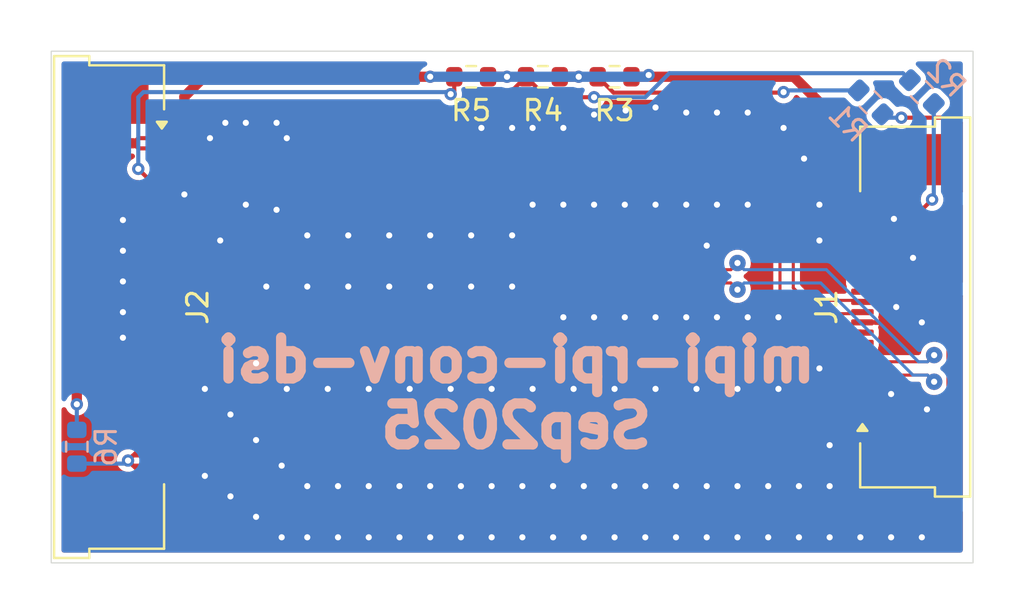
<source format=kicad_pcb>
(kicad_pcb (version 20241229) (generator "pcbnew") (generator_version "9.0")
  (title_block (company "Tom Keddie"))
  (layers (0 "F.Cu" signal) (2 "B.Cu" signal) (13 "F.Paste" user) (15 "B.Paste" user) (5 "F.SilkS" user "F.Silkscreen") (7 "B.SilkS" user "B.Silkscreen") (1 "F.Mask" user) (3 "B.Mask" user) (25 "Edge.Cuts" user))
  (net 0 "")
  (net 1 "GND")
  (net 2 "+3.3V")
  (net 3 "/DPHY_D0_N")
  (net 4 "/DPHY_D3_N")
  (net 5 "/DPHY_D0_P")
  (net 6 "/DPHY_LED_EN")
  (net 8 "/DPHY_D2_P")
  (net 9 "/DPHY_CLK_N")
  (net 11 "/DPHY_PWR_EN")
  (net 12 "/DPHY_D3_P")
  (net 13 "/DPHY_D1_P")
  (net 14 "/DPHY_D2_N")
  (net 15 "/DPHY_CLK_P")
  (net 16 "/DPHY_D1_N")
  (net 18 "+3.3VA")
  (net 21 "/PANEL_LED_PWM")
  (net 23 "/PANEL_LED_EN")
  (net 24 "Net-(R1-Pad2)")
  (footprint "lib:R_0603_1608Metric" (layer "F.Cu") (at 93 88.75)
    (property "Reference" "R5")
    (property "Value" "0R")
  )
  (footprint "lib:R_0603_1608Metric" (layer "F.Cu") (at 96.5 88.75)
    (property "Reference" "R4")
    (property "Value" "0R")
  )
  (footprint "lib:AliExpress_1x34_P0.5mm_Horizontal_Drawer" (layer "F.Cu") (at 75 100 -90)
    (property "Reference" "J2")
    (property "Value" "DSI_OUT")
  )
  (footprint "lib:AliExpress_1x22_P0.5mm_Horizontal_Drawer" (layer "F.Cu") (at 115 100 90)
    (property "Reference" "J1")
    (property "Value" "DSI_IN")
  )
  (footprint "lib:R_0603_1608Metric" (layer "F.Cu") (at 100 88.75)
    (property "Reference" "R3")
    (property "Value" "0R")
  )
  (footprint "lib:R_0603_1608Metric" (layer "B.Cu") (at 115 89.5 135)
    (property "Reference" "R2")
    (property "Value" "0R")
  )
  (footprint "lib:R_0603_1608Metric" (layer "B.Cu") (at 112.5 90 135)
    (property "Reference" "R1")
    (property "Value" "0R")
  )
  (footprint "lib:R_0603_1608Metric" (layer "B.Cu") (at 73.75 106.825 90)
    (property "Reference" "R6")
    (property "Value" "0R")
  )
  (gr_rect (start 72.5 87.5) (end 117.5 112.5) (stroke (width 0.05)) (fill no) (layer "Edge.Cuts"))
  (gr_text "mipi-rpi-conv-dsi\nSep2025" (at 95.2 104.2 0) (layer "B.SilkS") (effects (font (size 2 2) (thickness 0.5) (bold yes)) (justify mirror)))
  (segment (start 113.08076 96.25) (end 113.637277 95.693483) (width 0.2) (layer "F.Cu") (net 1))
  (segment (start 76.25 101.75) (end 76 101.5) (width 0.2) (layer "F.Cu") (net 1))
  (segment (start 77.9 100.25) (end 76 100.25) (width 0.2) (layer "F.Cu") (net 1))
  (segment (start 77.9 101.75) (end 76.25 101.75) (width 0.2) (layer "F.Cu") (net 1))
  (segment (start 113 100.75) (end 113.75 100) (width 0.2) (layer "F.Cu") (net 1))
  (segment (start 77.9 97.25) (end 76 97.25) (width 0.2) (layer "F.Cu") (net 1))
  (segment (start 113 103.75) (end 113.5 104.25) (width 0.2) (layer "F.Cu") (net 1))
  (segment (start 112.1 97.75) (end 114.419239 97.75) (width 0.2) (layer "F.Cu") (net 1))
  (segment (start 112.1 100.75) (end 113 100.75) (width 0.2) (layer "F.Cu") (net 1))
  (segment (start 112.1 96.25) (end 113.08076 96.25) (width 0.2) (layer "F.Cu") (net 1))
  (segment (start 112.1 99.25) (end 113 99.25) (width 0.2) (layer "F.Cu") (net 1))
  (segment (start 112.1 102.25) (end 110.75 102.25) (width 0.2) (layer "F.Cu") (net 1))
  (segment (start 112.1 103.75) (end 113 103.75) (width 0.2) (layer "F.Cu") (net 1))
  (segment (start 77.9 95.75) (end 76 95.75) (width 0.2) (layer "F.Cu") (net 1))
  (segment (start 114.419239 97.75) (end 114.570442 97.598797) (width 0.2) (layer "F.Cu") (net 1))
  (segment (start 113 99.25) (end 113.75 100) (width 0.2) (layer "F.Cu") (net 1))
  (segment (start 110.75 102.25) (end 110 103) (width 0.2) (layer "F.Cu") (net 1))
  (segment (start 77.9 98.75) (end 76 98.75) (width 0.2) (layer "F.Cu") (net 1))
  (via (at 99 100.5) (size 0.6) (drill 0.3) (layers "F.Cu" "B.Cu") (net 1))
  (via (at 106 104) (size 0.6) (drill 0.3) (layers "F.Cu" "B.Cu") (net 1))
  (via (at 80 108.25) (size 0.6) (drill 0.3) (layers "F.Cu" "B.Cu") (net 1))
  (via (at 114.570442 97.598797) (size 0.6) (drill 0.3) (layers "F.Cu" "B.Cu") (net 1))
  (via (at 76 95.75) (size 0.6) (drill 0.3) (layers "F.Cu" "B.Cu") (net 1))
  (via (at 102 100.5) (size 0.6) (drill 0.3) (layers "F.Cu" "B.Cu") (net 1))
  (via (at 110.5 106.75) (size 0.6) (drill 0.3) (layers "F.Cu" "B.Cu") (net 1))
  (via (at 82.5 102.75) (size 0.6) (drill 0.3) (layers "F.Cu" "B.Cu") (net 1))
  (via (at 98 104) (size 0.6) (drill 0.3) (layers "F.Cu" "B.Cu") (net 1))
  (via (at 88 111.25) (size 0.6) (drill 0.3) (layers "F.Cu" "B.Cu") (net 1))
  (via (at 76 97.25) (size 0.6) (drill 0.3) (layers "F.Cu" "B.Cu") (net 1))
  (via (at 89.5 108.75) (size 0.6) (drill 0.3) (layers "F.Cu" "B.Cu") (net 1))
  (via (at 106 111.25) (size 0.6) (drill 0.3) (layers "F.Cu" "B.Cu") (net 1))
  (via (at 100 108.75) (size 0.6) (drill 0.3) (layers "F.Cu" "B.Cu") (net 1))
  (via (at 103 111.25) (size 0.6) (drill 0.3) (layers "F.Cu" "B.Cu") (net 1))
  (via (at 92 104) (size 0.6) (drill 0.3) (layers "F.Cu" "B.Cu") (net 1))
  (via (at 85 108.75) (size 0.6) (drill 0.3) (layers "F.Cu" "B.Cu") (net 1))
  (via (at 80.75 96.75) (size 0.6) (drill 0.3) (layers "F.Cu" "B.Cu") (net 1))
  (via (at 96 91.25) (size 0.6) (drill 0.3) (layers "F.Cu" "B.Cu") (net 1))
  (via (at 106.5 95) (size 0.6) (drill 0.3) (layers "F.Cu" "B.Cu") (net 1))
  (via (at 106 108.75) (size 0.6) (drill 0.3) (layers "F.Cu" "B.Cu") (net 1))
  (via (at 91 99) (size 0.6) (drill 0.3) (layers "F.Cu" "B.Cu") (net 1))
  (via (at 106.5 100.5) (size 0.6) (drill 0.3) (layers "F.Cu" "B.Cu") (net 1))
  (via (at 108.25 91.25) (size 0.6) (drill 0.3) (layers "F.Cu" "B.Cu") (net 1))
  (via (at 98.5 111.25) (size 0.6) (drill 0.3) (layers "F.Cu" "B.Cu") (net 1))
  (via (at 110.5 108.75) (size 0.6) (drill 0.3) (layers "F.Cu" "B.Cu") (net 1))
  (via (at 95.5 108.75) (size 0.6) (drill 0.3) (layers "F.Cu" "B.Cu") (net 1))
  (via (at 76 98.75) (size 0.6) (drill 0.3) (layers "F.Cu" "B.Cu") (net 1))
  (via (at 100 111.25) (size 0.6) (drill 0.3) (layers "F.Cu" "B.Cu") (net 1))
  (via (at 80 104) (size 0.6) (drill 0.3) (layers "F.Cu" "B.Cu") (net 1))
  (via (at 102 104) (size 0.6) (drill 0.3) (layers "F.Cu" "B.Cu") (net 1))
  (via (at 105 100.5) (size 0.6) (drill 0.3) (layers "F.Cu" "B.Cu") (net 1))
  (via (at 90 104) (size 0.6) (drill 0.3) (layers "F.Cu" "B.Cu") (net 1))
  (via (at 97.5 95) (size 0.6) (drill 0.3) (layers "F.Cu" "B.Cu") (net 1))
  (via (at 108 100.5) (size 0.6) (drill 0.3) (layers "F.Cu" "B.Cu") (net 1))
  (via (at 99 90.600003) (size 0.6) (drill 0.3) (layers "F.Cu" "B.Cu") (net 1))
  (via (at 83.5 95.25) (size 0.6) (drill 0.3) (layers "F.Cu" "B.Cu") (net 1))
  (via (at 110.5 111.25) (size 0.6) (drill 0.3) (layers "F.Cu" "B.Cu") (net 1))
  (via (at 89 99) (size 0.6) (drill 0.3) (layers "F.Cu" "B.Cu") (net 1))
  (via (at 109.25 92.75) (size 0.6) (drill 0.3) (layers "F.Cu" "B.Cu") (net 1))
  (via (at 96 95) (size 0.6) (drill 0.3) (layers "F.Cu" "B.Cu") (net 1))
  (via (at 107.5 111.25) (size 0.6) (drill 0.3) (layers "F.Cu" "B.Cu") (net 1))
  (via (at 83 99) (size 0.6) (drill 0.3) (layers "F.Cu" "B.Cu") (net 1))
  (via (at 94 108.75) (size 0.6) (drill 0.3) (layers "F.Cu" "B.Cu") (net 1))
  (via (at 81.25 109.25) (size 0.6) (drill 0.3) (layers "F.Cu" "B.Cu") (net 1))
  (via (at 76 101.5) (size 0.6) (drill 0.3) (layers "F.Cu" "B.Cu") (net 1))
  (via (at 98.5 108.75) (size 0.6) (drill 0.3) (layers "F.Cu" "B.Cu") (net 1))
  (via (at 105 90.5) (size 0.6) (drill 0.3) (layers "F.Cu" "B.Cu") (net 1))
  (via (at 113.5 111.25) (size 0.6) (drill 0.3) (layers "F.Cu" "B.Cu") (net 1))
  (via (at 95 99) (size 0.6) (drill 0.3) (layers "F.Cu" "B.Cu") (net 1))
  (via (at 104 104) (size 0.6) (drill 0.3) (layers "F.Cu" "B.Cu") (net 1))
  (via (at 110 95) (size 0.6) (drill 0.3) (layers "F.Cu" "B.Cu") (net 1))
  (via (at 95 96.5) (size 0.6) (drill 0.3) (layers "F.Cu" "B.Cu") (net 1))
  (via (at 91 96.5) (size 0.6) (drill 0.3) (layers "F.Cu" "B.Cu") (net 1))
  (via (at 103.5 95) (size 0.6) (drill 0.3) (layers "F.Cu" "B.Cu") (net 1))
  (via (at 95.5 111.25) (size 0.6) (drill 0.3) (layers "F.Cu" "B.Cu") (net 1))
  (via (at 86 104) (size 0.6) (drill 0.3) (layers "F.Cu" "B.Cu") (net 1))
  (via (at 103 108.75) (size 0.6) (drill 0.3) (layers "F.Cu" "B.Cu") (net 1))
  (via (at 81 91) (size 0.6) (drill 0.3) (layers "F.Cu" "B.Cu") (net 1))
  (via (at 84 104) (size 0.6) (drill 0.3) (layers "F.Cu" "B.Cu") (net 1))
  (via (at 95 91.25) (size 0.6) (drill 0.3) (layers "F.Cu" "B.Cu") (net 1))
  (via (at 104.5 108.75) (size 0.6) (drill 0.3) (layers "F.Cu" "B.Cu") (net 1))
  (via (at 83.5 91) (size 0.6) (drill 0.3) (layers "F.Cu" "B.Cu") (net 1))
  (via (at 82.5 106.5) (size 0.6) (drill 0.3) (layers "F.Cu" "B.Cu") (net 1))
  (via (at 86.5 108.75) (size 0.6) (drill 0.3) (layers "F.Cu" "B.Cu") (net 1))
  (via (at 102 95) (size 0.6) (drill 0.3) (layers "F.Cu" "B.Cu") (net 1))
  (via (at 101.5 111.25) (size 0.6) (drill 0.3) (layers "F.Cu" "B.Cu") (net 1))
  (via (at 93 96.5) (size 0.6) (drill 0.3) (layers "F.Cu" "B.Cu") (net 1))
  (via (at 79 94.5) (size 0.6) (drill 0.3) (layers "F.Cu" "B.Cu") (net 1))
  (via (at 86.5 111.25) (size 0.6) (drill 0.3) (layers "F.Cu" "B.Cu") (net 1))
  (via (at 83.75 111.25) (size 0.6) (drill 0.3) (layers "F.Cu" "B.Cu") (net 1))
  (via (at 105 95) (size 0.6) (drill 0.3) (layers "F.Cu" "B.Cu") (net 1))
  (via (at 87 96.5) (size 0.6) (drill 0.3) (layers "F.Cu" "B.Cu") (net 1))
  (via (at 92.5 111.25) (size 0.6) (drill 0.3) (layers "F.Cu" "B.Cu") (net 1))
  (via (at 92.5 108.75) (size 0.6) (drill 0.3) (layers "F.Cu" "B.Cu") (net 1))
  (via (at 93.5 91.25) (size 0.6) (drill 0.3) (layers "F.Cu" "B.Cu") (net 1))
  (via (at 112 111.25) (size 0.6) (drill 0.3) (layers "F.Cu" "B.Cu") (net 1))
  (via (at 82.5 110.25) (size 0.6) (drill 0.3) (layers "F.Cu" "B.Cu") (net 1))
  (via (at 100 104) (size 0.6) (drill 0.3) (layers "F.Cu" "B.Cu") (net 1))
  (via (at 110 103) (size 0.6) (drill 0.3) (layers "F.Cu" "B.Cu") (net 1))
  (via (at 85 111.25) (size 0.6) (drill 0.3) (layers "F.Cu" "B.Cu") (net 1))
  (via (at 94 104) (size 0.6) (drill 0.3) (layers "F.Cu" "B.Cu") (net 1))
  (via (at 97.5 91.25) (size 0.6) (drill 0.3) (layers "F.Cu" "B.Cu") (net 1))
  (via (at 89.5 111.25) (size 0.6) (drill 0.3) (layers "F.Cu" "B.Cu") (net 1))
  (via (at 100.540689 90.4) (size 0.6) (drill 0.3) (layers "F.Cu" "B.Cu") (net 1))
  (via (at 115 100.75) (size 0.6) (drill 0.3) (layers "F.Cu" "B.Cu") (net 1))
  (via (at 106.5 90.5) (size 0.6) (drill 0.3) (layers "F.Cu" "B.Cu") (net 1))
  (via (at 94 111.25) (size 0.6) (drill 0.3) (layers "F.Cu" "B.Cu") (net 1))
  (via (at 91 111.25) (size 0.6) (drill 0.3) (layers "F.Cu" "B.Cu") (net 1))
  (via (at 103.5 90.5) (size 0.6) (drill 0.3) (layers "F.Cu" "B.Cu") (net 1))
  (via (at 89 96.5) (size 0.6) (drill 0.3) (layers "F.Cu" "B.Cu") (net 1))
  (via (at 97 111.25) (size 0.6) (drill 0.3) (layers "F.Cu" "B.Cu") (net 1))
  (via (at 99 95) (size 0.6) (drill 0.3) (layers "F.Cu" "B.Cu") (net 1))
  (via (at 97 108.75) (size 0.6) (drill 0.3) (layers "F.Cu" "B.Cu") (net 1))
  (via (at 87 99) (size 0.6) (drill 0.3) (layers "F.Cu" "B.Cu") (net 1))
  (via (at 104.5 97) (size 0.6) (drill 0.3) (layers "F.Cu" "B.Cu") (net 1))
  (via (at 85 99) (size 0.6) (drill 0.3) (layers "F.Cu" "B.Cu") (net 1))
  (via (at 88 108.75) (size 0.6) (drill 0.3) (layers "F.Cu" "B.Cu") (net 1))
  (via (at 113.5 104.25) (size 0.6) (drill 0.3) (layers "F.Cu" "B.Cu") (net 1))
  (via (at 100.5 95) (size 0.6) (drill 0.3) (layers "F.Cu" "B.Cu") (net 1))
  (via (at 102 90.25) (size 0.6) (drill 0.3) (layers "F.Cu" "B.Cu") (net 1))
  (via (at 88 104) (size 0.6) (drill 0.3) (layers "F.Cu" "B.Cu") (net 1))
  (via (at 108 104) (size 0.6) (drill 0.3) (layers "F.Cu" "B.Cu") (net 1))
  (via (at 113.75 100) (size 0.6) (drill 0.3) (layers "F.Cu" "B.Cu") (net 1))
  (via (at 109 108.75) (size 0.6) (drill 0.3) (layers "F.Cu" "B.Cu") (net 1))
  (via (at 81.25 105.25) (size 0.6) (drill 0.3) (layers "F.Cu" "B.Cu") (net 1))
  (via (at 107.5 108.75) (size 0.6) (drill 0.3) (layers "F.Cu" "B.Cu") (net 1))
  (via (at 83.75 107.75) (size 0.6) (drill 0.3) (layers "F.Cu" "B.Cu") (net 1))
  (via (at 80.25 91.75) (size 0.6) (drill 0.3) (layers "F.Cu" "B.Cu") (net 1))
  (via (at 104.5 111.25) (size 0.6) (drill 0.3) (layers "F.Cu" "B.Cu") (net 1))
  (via (at 96 104) (size 0.6) (drill 0.3) (layers "F.Cu" "B.Cu") (net 1))
  (via (at 82 91) (size 0.6) (drill 0.3) (layers "F.Cu" "B.Cu") (net 1))
  (via (at 115 111.25) (size 0.6) (drill 0.3) (layers "F.Cu" "B.Cu") (net 1))
  (via (at 103.5 100.5) (size 0.6) (drill 0.3) (layers "F.Cu" "B.Cu") (net 1))
  (via (at 97.5 100.5) (size 0.6) (drill 0.3) (layers "F.Cu" "B.Cu") (net 1))
  (via (at 76 100.25) (size 0.6) (drill 0.3) (layers "F.Cu" "B.Cu") (net 1))
  (via (at 93 99) (size 0.6) (drill 0.3) (layers "F.Cu" "B.Cu") (net 1))
  (via (at 110 96.75) (size 0.6) (drill 0.3) (layers "F.Cu" "B.Cu") (net 1))
  (via (at 100.5 100.5) (size 0.6) (drill 0.3) (layers "F.Cu" "B.Cu") (net 1))
  (via (at 109 111.25) (size 0.6) (drill 0.3) (layers "F.Cu" "B.Cu") (net 1))
  (via (at 91 108.75) (size 0.6) (drill 0.3) (layers "F.Cu" "B.Cu") (net 1))
  (via (at 101.5 108.75) (size 0.6) (drill 0.3) (layers "F.Cu" "B.Cu") (net 1))
  (via (at 113.637277 95.693483) (size 0.6) (drill 0.3) (layers "F.Cu" "B.Cu") (net 1))
  (via (at 82 95) (size 0.6) (drill 0.3) (layers "F.Cu" "B.Cu") (net 1))
  (via (at 115.25 105) (size 0.6) (drill 0.3) (layers "F.Cu" "B.Cu") (net 1))
  (via (at 84 91.75) (size 0.6) (drill 0.3) (layers "F.Cu" "B.Cu") (net 1))
  (via (at 85 96.5) (size 0.6) (drill 0.3) (layers "F.Cu" "B.Cu") (net 1))
  (segment (start 97.325 88.75) (end 98.25 88.75) (width 0.5) (layer "F.Cu") (net 2))
  (segment (start 111.25 94.5) (end 110.75 94) (width 0.5) (layer "F.Cu") (net 2))
  (segment (start 73.75 92.5) (end 74.25 92) (width 0.5) (layer "F.Cu") (net 2))
  (segment (start 76.75 91.75) (end 76.5 92) (width 0.2) (layer "F.Cu") (net 2))
  (segment (start 101.75 88.75) (end 101.66538 88.66538) (width 0.5) (layer "F.Cu") (net 2))
  (segment (start 112.1 94.75) (end 111.5 94.75) (width 0.2) (layer "F.Cu") (net 2))
  (segment (start 91 88.75) (end 79.972183 88.75) (width 0.5) (layer "F.Cu") (net 2))
  (segment (start 77.9 92.25) (end 76.75 92.25) (width 0.2) (layer "F.Cu") (net 2))
  (segment (start 78.75 92.25) (end 79 92) (width 0.2) (layer "F.Cu") (net 2))
  (segment (start 77.9 92.25) (end 78.75 92.25) (width 0.2) (layer "F.Cu") (net 2))
  (segment (start 73.75 104.75) (end 73.75 92.5) (width 0.5) (layer "F.Cu") (net 2))
  (segment (start 74.25 92) (end 76.5 92) (width 0.5) (layer "F.Cu") (net 2))
  (segment (start 79 92) (end 78.75 91.75) (width 0.2) (layer "F.Cu") (net 2))
  (segment (start 100.825 88.75) (end 101.58076 88.75) (width 0.5) (layer "F.Cu") (net 2))
  (segment (start 111.5 94.75) (end 111.25 94.5) (width 0.2) (layer "F.Cu") (net 2))
  (segment (start 110.75 90.75) (end 108.75 88.75) (width 0.5) (layer "F.Cu") (net 2))
  (segment (start 108.75 88.75) (end 101.75 88.75) (width 0.5) (layer "F.Cu") (net 2))
  (segment (start 78.75 91.75) (end 77.9 91.75) (width 0.2) (layer "F.Cu") (net 2))
  (segment (start 110.75 94) (end 110.75 90.75) (width 0.5) (layer "F.Cu") (net 2))
  (segment (start 77.9 91.75) (end 76.75 91.75) (width 0.2) (layer "F.Cu") (net 2))
  (segment (start 93.825 88.75) (end 94.75 88.75) (width 0.5) (layer "F.Cu") (net 2))
  (segment (start 101.58076 88.75) (end 101.66538 88.66538) (width 0.5) (layer "F.Cu") (net 2))
  (segment (start 76.75 92.25) (end 76.5 92) (width 0.2) (layer "F.Cu") (net 2))
  (segment (start 79 89.722183) (end 79 92) (width 0.5) (layer "F.Cu") (net 2))
  (segment (start 79.972183 88.75) (end 79 89.722183) (width 0.5) (layer "F.Cu") (net 2))
  (via (at 73.75 104.75) (size 0.6) (drill 0.3) (layers "F.Cu" "B.Cu") (net 2))
  (via (at 101.66538 88.66538) (size 0.6) (drill 0.3) (layers "F.Cu" "B.Cu") (net 2))
  (via (at 91 88.75) (size 0.6) (drill 0.3) (layers "F.Cu" "B.Cu") (net 2))
  (via (at 94.75 88.75) (size 0.6) (drill 0.3) (layers "F.Cu" "B.Cu") (net 2))
  (via (at 98.25 88.75) (size 0.6) (drill 0.3) (layers "F.Cu" "B.Cu") (net 2))
  (segment (start 73.75 106) (end 73.75 104.75) (width 0.2) (layer "B.Cu") (net 2))
  (segment (start 98.25 88.75) (end 101.58076 88.75) (width 0.5) (layer "B.Cu") (net 2))
  (segment (start 94.75 88.75) (end 91 88.75) (width 0.5) (layer "B.Cu") (net 2))
  (segment (start 101.58076 88.75) (end 101.66538 88.66538) (width 0.5) (layer "B.Cu") (net 2))
  (segment (start 94.75 88.75) (end 98.25 88.75) (width 0.5) (layer "B.Cu") (net 2))
  (segment (start 101.76538 108.15) (end 101.56538 108.15) (width 0.15) (layer "F.Cu") (net 3))
  (segment (start 99.76538 108.15) (end 99.56538 108.15) (width 0.15) (layer "F.Cu") (net 3))
  (segment (start 78.96538 101.325) (end 77.975 101.325) (width 0.15) (layer "F.Cu") (net 3))
  (segment (start 98.84038 107.425) (end 98.84038 105.575) (width 0.15) (layer "F.Cu") (net 3))
  (segment (start 106.84038 107.425) (end 106.84038 105.575) (width 0.15) (layer "F.Cu") (net 3))
  (segment (start 104.84038 107.425) (end 104.84038 105.575) (width 0.15) (layer "F.Cu") (net 3))
  (segment (start 84.46538 106.825) (end 78.96538 101.325) (width 0.15) (layer "F.Cu") (net 3))
  (segment (start 96.84038 107.425) (end 96.84038 105.575) (width 0.15) (layer "F.Cu") (net 3))
  (segment (start 112.025 104.825) (end 110.83462 104.825) (width 0.15) (layer "F.Cu") (net 3))
  (segment (start 96.49038 105.575) (end 96.49038 106.1) (width 0.15) (layer "F.Cu") (net 3))
  (segment (start 100.76538 105.5) (end 100.56538 105.5) (width 0.15) (layer "F.Cu") (net 3))
  (segment (start 77.975 101.325) (end 77.9 101.25) (width 0.15) (layer "F.Cu") (net 3))
  (segment (start 106.49038 105.575) (end 106.49038 107.425) (width 0.15) (layer "F.Cu") (net 3))
  (segment (start 104.76538 105.5) (end 104.56538 105.5) (width 0.15) (layer "F.Cu") (net 3))
  (segment (start 96.76538 105.5) (end 96.56538 105.5) (width 0.15) (layer "F.Cu") (net 3))
  (segment (start 103.76538 108.15) (end 103.56538 108.15) (width 0.15) (layer "F.Cu") (net 3))
  (segment (start 104.49038 105.575) (end 104.49038 107.425) (width 0.15) (layer "F.Cu") (net 3))
  (segment (start 106.76538 105.5) (end 106.56538 105.5) (width 0.15) (layer "F.Cu") (net 3))
  (segment (start 102.76538 105.5) (end 102.56538 105.5) (width 0.15) (layer "F.Cu") (net 3))
  (segment (start 84.46538 106.825) (end 95.76538 106.825) (width 0.15) (layer "F.Cu") (net 3))
  (segment (start 100.84038 107.425) (end 100.84038 105.575) (width 0.15) (layer "F.Cu") (net 3))
  (segment (start 98.76538 105.5) (end 98.56538 105.5) (width 0.15) (layer "F.Cu") (net 3))
  (segment (start 102.84038 107.425) (end 102.84038 105.575) (width 0.15) (layer "F.Cu") (net 3))
  (segment (start 107.76538 108.15) (end 107.56538 108.15) (width 0.15) (layer "F.Cu") (net 3))
  (segment (start 98.49038 105.575) (end 98.49038 107.425) (width 0.15) (layer "F.Cu") (net 3))
  (segment (start 97.76538 108.15) (end 97.56538 108.15) (width 0.15) (layer "F.Cu") (net 3))
  (segment (start 108.56538 106.825) (end 108.83462 106.825) (width 0.15) (layer "F.Cu") (net 3))
  (segment (start 100.49038 105.575) (end 100.49038 107.425) (width 0.15) (layer "F.Cu") (net 3))
  (segment (start 110.83462 104.825) (end 108.83462 106.825) (width 0.15) (layer "F.Cu") (net 3))
  (segment (start 102.49038 105.575) (end 102.49038 107.425) (width 0.15) (layer "F.Cu") (net 3))
  (segment (start 105.76538 108.15) (end 105.56538 108.15) (width 0.15) (layer "F.Cu") (net 3))
  (segment (start 108.49038 106.9) (end 108.49038 107.425) (width 0.15) (layer "F.Cu") (net 3))
  (segment (start 112.1 104.75) (end 112.025 104.825) (width 0.15) (layer "F.Cu") (net 3))
  (arc (start 108.49038 107.425) (mid 108.278032 107.937652) (end 107.76538 108.15) (width 0.15) (layer "F.Cu") (net 3))
  (arc (start 97.56538 108.15) (mid 97.052728 107.937652) (end 96.84038 107.425) (width 0.15) (layer "F.Cu") (net 3))
  (arc (start 99.56538 108.15) (mid 99.052728 107.937652) (end 98.84038 107.425) (width 0.15) (layer "F.Cu") (net 3))
  (arc (start 104.84038 105.575) (mid 104.818413 105.521967) (end 104.76538 105.5) (width 0.15) (layer "F.Cu") (net 3))
  (arc (start 105.56538 108.15) (mid 105.052728 107.937652) (end 104.84038 107.425) (width 0.15) (layer "F.Cu") (net 3))
  (arc (start 106.56538 105.5) (mid 106.512347 105.521967) (end 106.49038 105.575) (width 0.15) (layer "F.Cu") (net 3))
  (arc (start 106.49038 107.425) (mid 106.278032 107.937652) (end 105.76538 108.15) (width 0.15) (layer "F.Cu") (net 3))
  (arc (start 106.84038 105.575) (mid 106.818413 105.521967) (end 106.76538 105.5) (width 0.15) (layer "F.Cu") (net 3))
  (arc (start 102.49038 107.425) (mid 102.278032 107.937652) (end 101.76538 108.15) (width 0.15) (layer "F.Cu") (net 3))
  (arc (start 96.56538 105.5) (mid 96.512347 105.521967) (end 96.49038 105.575) (width 0.15) (layer "F.Cu") (net 3))
  (arc (start 108.56538 106.825) (mid 108.512347 106.846967) (end 108.49038 106.9) (width 0.15) (layer "F.Cu") (net 3))
  (arc (start 98.56538 105.5) (mid 98.512347 105.521967) (end 98.49038 105.575) (width 0.15) (layer "F.Cu") (net 3))
  (arc (start 101.56538 108.15) (mid 101.052728 107.937652) (end 100.84038 107.425) (width 0.15) (layer "F.Cu") (net 3))
  (arc (start 96.49038 106.1) (mid 96.278032 106.612652) (end 95.76538 106.825) (width 0.15) (layer "F.Cu") (net 3))
  (arc (start 102.84038 105.575) (mid 102.818413 105.521967) (end 102.76538 105.5) (width 0.15) (layer "F.Cu") (net 3))
  (arc (start 98.49038 107.425) (mid 98.278032 107.937652) (end 97.76538 108.15) (width 0.15) (layer "F.Cu") (net 3))
  (arc (start 104.56538 105.5) (mid 104.512347 105.521967) (end 104.49038 105.575) (width 0.15) (layer "F.Cu") (net 3))
  (arc (start 107.56538 108.15) (mid 107.052728 107.937652) (end 106.84038 107.425) (width 0.15) (layer "F.Cu") (net 3))
  (arc (start 96.84038 105.575) (mid 96.818413 105.521967) (end 96.76538 105.5) (width 0.15) (layer "F.Cu") (net 3))
  (arc (start 104.49038 107.425) (mid 104.278032 107.937652) (end 103.76538 108.15) (width 0.15) (layer "F.Cu") (net 3))
  (arc (start 102.56538 105.5) (mid 102.512347 105.521967) (end 102.49038 105.575) (width 0.15) (layer "F.Cu") (net 3))
  (arc (start 100.84038 105.575) (mid 100.818413 105.521967) (end 100.76538 105.5) (width 0.15) (layer "F.Cu") (net 3))
  (arc (start 100.56538 105.5) (mid 100.512347 105.521967) (end 100.49038 105.575) (width 0.15) (layer "F.Cu") (net 3))
  (arc (start 103.56538 108.15) (mid 103.052728 107.937652) (end 102.84038 107.425) (width 0.15) (layer "F.Cu") (net 3))
  (arc (start 100.49038 107.425) (mid 100.278032 107.937652) (end 99.76538 108.15) (width 0.15) (layer "F.Cu") (net 3))
  (arc (start 98.84038 105.575) (mid 98.818413 105.521967) (end 98.76538 105.5) (width 0.15) (layer "F.Cu") (net 3))
  (segment (start 77.9 102.75) (end 77.825 102.825) (width 0.15) (layer "F.Cu") (net 4))
  (segment (start 116.275 99.73462) (end 115.36538 98.825) (width 0.15) (layer "F.Cu") (net 4))
  (segment (start 83.83462 109.575) (end 115.76538 109.575) (width 0.15) (layer "F.Cu") (net 4))
  (segment (start 77.825 102.825) (end 76.38462 102.825) (width 0.15) (layer "F.Cu") (net 4))
  (segment (start 116.275 109.06538) (end 116.275 99.73462) (width 0.15) (layer "F.Cu") (net 4))
  (segment (start 79.63462 105.375) (end 83.83462 109.575) (width 0.15) (layer "F.Cu") (net 4))
  (segment (start 115.76538 109.575) (end 116.275 109.06538) (width 0.15) (layer "F.Cu") (net 4))
  (segment (start 115.36538 98.825) (end 112.175 98.825) (width 0.15) (layer "F.Cu") (net 4))
  (segment (start 75.925 104.26538) (end 77.03462 105.375) (width 0.15) (layer "F.Cu") (net 4))
  (segment (start 77.03462 105.375) (end 79.63462 105.375) (width 0.15) (layer "F.Cu") (net 4))
  (segment (start 76.38462 102.825) (end 75.925 103.28462) (width 0.15) (layer "F.Cu") (net 4))
  (segment (start 75.925 103.28462) (end 75.925 104.26538) (width 0.15) (layer "F.Cu") (net 4))
  (segment (start 112.175 98.825) (end 112.1 98.75) (width 0.15) (layer "F.Cu") (net 4))
  (segment (start 107.76538 107.5) (end 107.56538 107.5) (width 0.15) (layer "F.Cu") (net 5))
  (segment (start 107.84038 106.9) (end 107.84038 107.425) (width 0.15) (layer "F.Cu") (net 5))
  (segment (start 97.84038 105.575) (end 97.84038 107.425) (width 0.15) (layer "F.Cu") (net 5))
  (segment (start 104.76538 104.85) (end 104.56538 104.85) (width 0.15) (layer "F.Cu") (net 5))
  (segment (start 77.975 100.675) (end 77.9 100.75) (width 0.15) (layer "F.Cu") (net 5))
  (segment (start 99.76538 107.5) (end 99.56538 107.5) (width 0.15) (layer "F.Cu") (net 5))
  (segment (start 103.49038 107.425) (end 103.49038 105.575) (width 0.15) (layer "F.Cu") (net 5))
  (segment (start 103.76538 107.5) (end 103.56538 107.5) (width 0.15) (layer "F.Cu") (net 5))
  (segment (start 100.76538 104.85) (end 100.56538 104.85) (width 0.15) (layer "F.Cu") (net 5))
  (segment (start 110.56538 104.175) (end 108.56538 106.175) (width 0.15) (layer "F.Cu") (net 5))
  (segment (start 84.73462 106.175) (end 79.23462 100.675) (width 0.15) (layer "F.Cu") (net 5))
  (segment (start 95.84038 105.575) (end 95.84038 106.1) (width 0.15) (layer "F.Cu") (net 5))
  (segment (start 79.23462 100.675) (end 77.975 100.675) (width 0.15) (layer "F.Cu") (net 5))
  (segment (start 97.76538 107.5) (end 97.56538 107.5) (width 0.15) (layer "F.Cu") (net 5))
  (segment (start 112.1 104.25) (end 112.025 104.175) (width 0.15) (layer "F.Cu") (net 5))
  (segment (start 96.76538 104.85) (end 96.56538 104.85) (width 0.15) (layer "F.Cu") (net 5))
  (segment (start 99.49038 107.425) (end 99.49038 105.575) (width 0.15) (layer "F.Cu") (net 5))
  (segment (start 84.73462 106.175) (end 95.76538 106.175) (width 0.15) (layer "F.Cu") (net 5))
  (segment (start 99.84038 105.575) (end 99.84038 107.425) (width 0.15) (layer "F.Cu") (net 5))
  (segment (start 101.49038 107.425) (end 101.49038 105.575) (width 0.15) (layer "F.Cu") (net 5))
  (segment (start 102.76538 104.85) (end 102.56538 104.85) (width 0.15) (layer "F.Cu") (net 5))
  (segment (start 101.76538 107.5) (end 101.56538 107.5) (width 0.15) (layer "F.Cu") (net 5))
  (segment (start 103.84038 105.575) (end 103.84038 107.425) (width 0.15) (layer "F.Cu") (net 5))
  (segment (start 105.49038 107.425) (end 105.49038 105.575) (width 0.15) (layer "F.Cu") (net 5))
  (segment (start 105.84038 105.575) (end 105.84038 107.425) (width 0.15) (layer "F.Cu") (net 5))
  (segment (start 97.49038 107.425) (end 97.49038 105.575) (width 0.15) (layer "F.Cu") (net 5))
  (segment (start 106.76538 104.85) (end 106.56538 104.85) (width 0.15) (layer "F.Cu") (net 5))
  (segment (start 112.025 104.175) (end 110.56538 104.175) (width 0.15) (layer "F.Cu") (net 5))
  (segment (start 105.76538 107.5) (end 105.56538 107.5) (width 0.15) (layer "F.Cu") (net 5))
  (segment (start 98.76538 104.85) (end 98.56538 104.85) (width 0.15) (layer "F.Cu") (net 5))
  (segment (start 101.84038 105.575) (end 101.84038 107.425) (width 0.15) (layer "F.Cu") (net 5))
  (segment (start 107.49038 107.425) (end 107.49038 105.575) (width 0.15) (layer "F.Cu") (net 5))
  (arc (start 107.84038 107.425) (mid 107.818413 107.478033) (end 107.76538 107.5) (width 0.15) (layer "F.Cu") (net 5))
  (arc (start 101.56538 107.5) (mid 101.512347 107.478033) (end 101.49038 107.425) (width 0.15) (layer "F.Cu") (net 5))
  (arc (start 97.49038 105.575) (mid 97.278032 105.062348) (end 96.76538 104.85) (width 0.15) (layer "F.Cu") (net 5))
  (arc (start 105.56538 107.5) (mid 105.512347 107.478033) (end 105.49038 107.425) (width 0.15) (layer "F.Cu") (net 5))
  (arc (start 99.49038 105.575) (mid 99.278032 105.062348) (end 98.76538 104.85) (width 0.15) (layer "F.Cu") (net 5))
  (arc (start 99.56538 107.5) (mid 99.512347 107.478033) (end 99.49038 107.425) (width 0.15) (layer "F.Cu") (net 5))
  (arc (start 97.84038 107.425) (mid 97.818413 107.478033) (end 97.76538 107.5) (width 0.15) (layer "F.Cu") (net 5))
  (arc (start 103.56538 107.5) (mid 103.512347 107.478033) (end 103.49038 107.425) (width 0.15) (layer "F.Cu") (net 5))
  (arc (start 95.84038 106.1) (mid 95.818413 106.153033) (end 95.76538 106.175) (width 0.15) (layer "F.Cu") (net 5))
  (arc (start 107.49038 105.575) (mid 107.278032 105.062348) (end 106.76538 104.85) (width 0.15) (layer "F.Cu") (net 5))
  (arc (start 98.56538 104.85) (mid 98.052728 105.062348) (end 97.84038 105.575) (width 0.15) (layer "F.Cu") (net 5))
  (arc (start 102.56538 104.85) (mid 102.052728 105.062348) (end 101.84038 105.575) (width 0.15) (layer "F.Cu") (net 5))
  (arc (start 107.56538 107.5) (mid 107.512347 107.478033) (end 107.49038 107.425) (width 0.15) (layer "F.Cu") (net 5))
  (arc (start 97.56538 107.5) (mid 97.512347 107.478033) (end 97.49038 107.425) (width 0.15) (layer "F.Cu") (net 5))
  (arc (start 104.56538 104.85) (mid 104.052728 105.062348) (end 103.84038 105.575) (width 0.15) (layer "F.Cu") (net 5))
  (arc (start 99.84038 107.425) (mid 99.818413 107.478033) (end 99.76538 107.5) (width 0.15) (layer "F.Cu") (net 5))
  (arc (start 101.84038 107.425) (mid 101.818413 107.478033) (end 101.76538 107.5) (width 0.15) (layer "F.Cu") (net 5))
  (arc (start 100.56538 104.85) (mid 100.052728 105.062348) (end 99.84038 105.575) (width 0.15) (layer "F.Cu") (net 5))
  (arc (start 96.56538 104.85) (mid 96.052728 105.062348) (end 95.84038 105.575) (width 0.15) (layer "F.Cu") (net 5))
  (arc (start 106.56538 104.85) (mid 106.052728 105.062348) (end 105.84038 105.575) (width 0.15) (layer "F.Cu") (net 5))
  (arc (start 105.49038 105.575) (mid 105.278032 105.062348) (end 104.76538 104.85) (width 0.15) (layer "F.Cu") (net 5))
  (arc (start 105.84038 107.425) (mid 105.818413 107.478033) (end 105.76538 107.5) (width 0.15) (layer "F.Cu") (net 5))
  (arc (start 108.56538 106.175) (mid 108.052728 106.387348) (end 107.84038 106.9) (width 0.15) (layer "F.Cu") (net 5))
  (arc (start 103.84038 107.425) (mid 103.818413 107.478033) (end 103.76538 107.5) (width 0.15) (layer "F.Cu") (net 5))
  (arc (start 101.49038 105.575) (mid 101.278032 105.062348) (end 100.76538 104.85) (width 0.15) (layer "F.Cu") (net 5))
  (arc (start 103.49038 105.575) (mid 103.278032 105.062348) (end 102.76538 104.85) (width 0.15) (layer "F.Cu") (net 5))
  (segment (start 113.5 96.75) (end 115.5 94.75) (width 0.2) (layer "F.Cu") (net 6))
  (segment (start 112.1 96.75) (end 113.5 96.75) (width 0.2) (layer "F.Cu") (net 6))
  (via (at 115.5 94.75) (size 0.6) (drill 0.3) (layers "F.Cu" "B.Cu") (net 6))
  (segment (start 115.5 94.75) (end 115.583363 94.666637) (width 0.2) (layer "B.Cu") (net 6))
  (segment (start 115.583363 94.666637) (end 115.583363 90.083363) (width 0.2) (layer "B.Cu") (net 6))
  (segment (start 86.589589 91.875) (end 86.589589 93.725) (width 0.15) (layer "F.Cu") (net 8))
  (segment (start 88.939589 93.725) (end 88.939589 91.875) (width 0.15) (layer "F.Cu") (net 8))
  (segment (start 84.939589 93.725) (end 84.939589 91.875) (width 0.15) (layer "F.Cu") (net 8))
  (segment (start 77.9 96.25) (end 77.975 96.175) (width 0.15) (layer "F.Cu") (net 8))
  (segment (start 79.875 95.06538) (end 79.875 93.36538) (width 0.15) (layer "F.Cu") (net 8))
  (segment (start 88.589589 91.875) (end 88.589589 93.725) (width 0.15) (layer "F.Cu") (net 8))
  (segment (start 84.589589 93.2) (end 84.589589 93.725) (width 0.15) (layer "F.Cu") (net 8))
  (segment (start 99.987997 91.15) (end 100.187997 91.15) (width 0.15) (layer "F.Cu") (net 8))
  (segment (start 91.664589 91.15) (end 91.864589 91.15) (width 0.15) (layer "F.Cu") (net 8))
  (segment (start 88.664589 93.8) (end 88.864589 93.8) (width 0.15) (layer "F.Cu") (net 8))
  (segment (start 92.589589 91.875) (end 92.589589 93.725) (width 0.15) (layer "F.Cu") (net 8))
  (segment (start 87.664589 91.15) (end 87.864589 91.15) (width 0.15) (layer "F.Cu") (net 8))
  (segment (start 100.987997 92.475) (end 107.13462 92.475) (width 0.15) (layer "F.Cu") (net 8))
  (segment (start 90.589589 91.875) (end 90.589589 93.725) (width 0.15) (layer "F.Cu") (net 8))
  (segment (start 92.939589 93.725) (end 92.939589 93.2) (width 0.15) (layer "F.Cu") (net 8))
  (segment (start 99.262997 92.4) (end 99.262997 91.875) (width 0.15) (layer "F.Cu") (net 8))
  (segment (start 89.664589 91.15) (end 89.864589 91.15) (width 0.15) (layer "F.Cu") (net 8))
  (segment (start 112.025 99.675) (end 112.1 99.75) (width 0.15) (layer "F.Cu") (net 8))
  (segment (start 92.664589 93.8) (end 92.864589 93.8) (width 0.15) (layer "F.Cu") (net 8))
  (segment (start 93.664589 92.475) (end 99.187997 92.475) (width 0.15) (layer "F.Cu") (net 8))
  (segment (start 107.13462 92.475) (end 108.725 94.06538) (width 0.15) (layer "F.Cu") (net 8))
  (segment (start 86.664589 93.8) (end 86.864589 93.8) (width 0.15) (layer "F.Cu") (net 8))
  (segment (start 100.912997 91.875) (end 100.912997 92.4) (width 0.15) (layer "F.Cu") (net 8))
  (segment (start 109.33462 99.675) (end 112.025 99.675) (width 0.15) (layer "F.Cu") (net 8))
  (segment (start 108.725 99.06538) (end 109.33462 99.675) (width 0.15) (layer "F.Cu") (net 8))
  (segment (start 90.664589 93.8) (end 90.864589 93.8) (width 0.15) (layer "F.Cu") (net 8))
  (segment (start 79.875 93.36538) (end 80.76538 92.475) (width 0.15) (layer "F.Cu") (net 8))
  (segment (start 108.725 94.06538) (end 108.725 99.06538) (width 0.15) (layer "F.Cu") (net 8))
  (segment (start 85.664589 91.15) (end 85.864589 91.15) (width 0.15) (layer "F.Cu") (net 8))
  (segment (start 77.975 96.175) (end 78.76538 96.175) (width 0.15) (layer "F.Cu") (net 8))
  (segment (start 84.664589 93.8) (end 84.864589 93.8) (width 0.15) (layer "F.Cu") (net 8))
  (segment (start 80.76538 92.475) (end 83.864589 92.475) (width 0.15) (layer "F.Cu") (net 8))
  (segment (start 86.939589 93.725) (end 86.939589 91.875) (width 0.15) (layer "F.Cu") (net 8))
  (segment (start 78.76538 96.175) (end 79.875 95.06538) (width 0.15) (layer "F.Cu") (net 8))
  (segment (start 90.939589 93.725) (end 90.939589 91.875) (width 0.15) (layer "F.Cu") (net 8))
  (arc (start 90.864589 93.8) (mid 90.917622 93.778033) (end 90.939589 93.725) (width 0.15) (layer "F.Cu") (net 8))
  (arc (start 84.939589 91.875) (mid 85.151937 91.362348) (end 85.664589 91.15) (width 0.15) (layer "F.Cu") (net 8))
  (arc (start 89.864589 91.15) (mid 90.377241 91.362348) (end 90.589589 91.875) (width 0.15) (layer "F.Cu") (net 8))
  (arc (start 84.864589 93.8) (mid 84.917622 93.778033) (end 84.939589 93.725) (width 0.15) (layer "F.Cu") (net 8))
  (arc (start 85.864589 91.15) (mid 86.377241 91.362348) (end 86.589589 91.875) (width 0.15) (layer "F.Cu") (net 8))
  (arc (start 90.939589 91.875) (mid 91.151937 91.362348) (end 91.664589 91.15) (width 0.15) (layer "F.Cu") (net 8))
  (arc (start 100.187997 91.15) (mid 100.700649 91.362348) (end 100.912997 91.875) (width 0.15) (layer "F.Cu") (net 8))
  (arc (start 91.864589 91.15) (mid 92.377241 91.362348) (end 92.589589 91.875) (width 0.15) (layer "F.Cu") (net 8))
  (arc (start 83.864589 92.475) (mid 84.377241 92.687348) (end 84.589589 93.2) (width 0.15) (layer "F.Cu") (net 8))
  (arc (start 100.912997 92.4) (mid 100.934964 92.453033) (end 100.987997 92.475) (width 0.15) (layer "F.Cu") (net 8))
  (arc (start 86.589589 93.725) (mid 86.611556 93.778033) (end 86.664589 93.8) (width 0.15) (layer "F.Cu") (net 8))
  (arc (start 92.589589 93.725) (mid 92.611556 93.778033) (end 92.664589 93.8) (width 0.15) (layer "F.Cu") (net 8))
  (arc (start 86.939589 91.875) (mid 87.151937 91.362348) (end 87.664589 91.15) (width 0.15) (layer "F.Cu") (net 8))
  (arc (start 86.864589 93.8) (mid 86.917622 93.778033) (end 86.939589 93.725) (width 0.15) (layer "F.Cu") (net 8))
  (arc (start 87.864589 91.15) (mid 88.377241 91.362348) (end 88.589589 91.875) (width 0.15) (layer "F.Cu") (net 8))
  (arc (start 92.864589 93.8) (mid 92.917622 93.778033) (end 92.939589 93.725) (width 0.15) (layer "F.Cu") (net 8))
  (arc (start 92.939589 93.2) (mid 93.151937 92.687348) (end 93.664589 92.475) (width 0.15) (layer "F.Cu") (net 8))
  (arc (start 88.864589 93.8) (mid 88.917622 93.778033) (end 88.939589 93.725) (width 0.15) (layer "F.Cu") (net 8))
  (arc (start 84.589589 93.725) (mid 84.611556 93.778033) (end 84.664589 93.8) (width 0.15) (layer "F.Cu") (net 8))
  (arc (start 88.589589 93.725) (mid 88.611556 93.778033) (end 88.664589 93.8) (width 0.15) (layer "F.Cu") (net 8))
  (arc (start 90.589589 93.725) (mid 90.611556 93.778033) (end 90.664589 93.8) (width 0.15) (layer "F.Cu") (net 8))
  (arc (start 88.939589 91.875) (mid 89.151937 91.362348) (end 89.664589 91.15) (width 0.15) (layer "F.Cu") (net 8))
  (arc (start 99.262997 91.875) (mid 99.475345 91.362348) (end 99.987997 91.15) (width 0.15) (layer "F.Cu") (net 8))
  (arc (start 99.187997 92.475) (mid 99.24103 92.453033) (end 99.262997 92.4) (width 0.15) (layer "F.Cu") (net 8))
  (segment (start 86.210671 103.15) (end 86.410671 103.15) (width 0.15) (layer "F.Cu") (net 9))
  (segment (start 87.485671 100.575) (end 87.485671 102.425) (width 0.15) (layer "F.Cu") (net 9))
  (segment (start 94.210671 103.15) (end 94.410671 103.15) (width 0.15) (layer "F.Cu") (net 9))
  (segment (start 90.210671 103.15) (end 90.410671 103.15) (width 0.15) (layer "F.Cu") (net 9))
  (segment (start 89.135671 102.425) (end 89.135671 100.575) (width 0.15) (layer "F.Cu") (net 9))
  (segment (start 82.06538 101.825) (end 83.410671 101.825) (width 0.15) (layer "F.Cu") (net 9))
  (segment (start 91.485671 100.575) (end 91.485671 102.425) (width 0.15) (layer "F.Cu") (net 9))
  (segment (start 95.210671 100.5) (end 95.410671 100.5) (width 0.15) (layer "F.Cu") (net 9))
  (segment (start 97.135671 102.425) (end 97.135671 101.9) (width 0.15) (layer "F.Cu") (net 9))
  (segment (start 77.9 99.75) (end 77.975 99.825) (width 0.15) (layer "F.Cu") (net 9))
  (segment (start 91.210671 100.5) (end 91.410671 100.5) (width 0.15) (layer "F.Cu") (net 9))
  (segment (start 80.06538 99.825) (end 82.06538 101.825) (width 0.15) (layer "F.Cu") (net 9))
  (segment (start 92.210671 103.15) (end 92.410671 103.15) (width 0.15) (layer "F.Cu") (net 9))
  (segment (start 93.135671 102.425) (end 93.135671 100.575) (width 0.15) (layer "F.Cu") (net 9))
  (segment (start 85.135671 102.425) (end 85.135671 100.575) (width 0.15) (layer "F.Cu") (net 9))
  (segment (start 87.135671 102.425) (end 87.135671 100.575) (width 0.15) (layer "F.Cu") (net 9))
  (segment (start 85.210671 100.5) (end 85.410671 100.5) (width 0.15) (layer "F.Cu") (net 9))
  (segment (start 97.210671 101.825) (end 112.025 101.825) (width 0.15) (layer "F.Cu") (net 9))
  (segment (start 88.210671 103.15) (end 88.410671 103.15) (width 0.15) (layer "F.Cu") (net 9))
  (segment (start 87.210671 100.5) (end 87.410671 100.5) (width 0.15) (layer "F.Cu") (net 9))
  (segment (start 89.210671 100.5) (end 89.410671 100.5) (width 0.15) (layer "F.Cu") (net 9))
  (segment (start 93.485671 100.575) (end 93.485671 102.425) (width 0.15) (layer "F.Cu") (net 9))
  (segment (start 95.135671 102.425) (end 95.135671 100.575) (width 0.15) (layer "F.Cu") (net 9))
  (segment (start 93.210671 100.5) (end 93.410671 100.5) (width 0.15) (layer "F.Cu") (net 9))
  (segment (start 83.485671 101.9) (end 83.485671 102.425) (width 0.15) (layer "F.Cu") (net 9))
  (segment (start 95.485671 100.575) (end 95.485671 102.425) (width 0.15) (layer "F.Cu") (net 9))
  (segment (start 112.025 101.825) (end 112.1 101.75) (width 0.15) (layer "F.Cu") (net 9))
  (segment (start 91.135671 102.425) (end 91.135671 100.575) (width 0.15) (layer "F.Cu") (net 9))
  (segment (start 89.485671 100.575) (end 89.485671 102.425) (width 0.15) (layer "F.Cu") (net 9))
  (segment (start 77.975 99.825) (end 80.06538 99.825) (width 0.15) (layer "F.Cu") (net 9))
  (segment (start 85.485671 100.575) (end 85.485671 102.425) (width 0.15) (layer "F.Cu") (net 9))
  (segment (start 84.210671 103.15) (end 84.410671 103.15) (width 0.15) (layer "F.Cu") (net 9))
  (segment (start 96.210671 103.15) (end 96.410671 103.15) (width 0.15) (layer "F.Cu") (net 9))
  (arc (start 87.135671 100.575) (mid 87.157638 100.521967) (end 87.210671 100.5) (width 0.15) (layer "F.Cu") (net 9))
  (arc (start 95.135671 100.575) (mid 95.157638 100.521967) (end 95.210671 100.5) (width 0.15) (layer "F.Cu") (net 9))
  (arc (start 86.410671 103.15) (mid 86.923323 102.937652) (end 87.135671 102.425) (width 0.15) (layer "F.Cu") (net 9))
  (arc (start 93.410671 100.5) (mid 93.463704 100.521967) (end 93.485671 100.575) (width 0.15) (layer "F.Cu") (net 9))
  (arc (start 84.410671 103.15) (mid 84.923323 102.937652) (end 85.135671 102.425) (width 0.15) (layer "F.Cu") (net 9))
  (arc (start 85.485671 102.425) (mid 85.698019 102.937652) (end 86.210671 103.15) (width 0.15) (layer "F.Cu") (net 9))
  (arc (start 91.135671 100.575) (mid 91.157638 100.521967) (end 91.210671 100.5) (width 0.15) (layer "F.Cu") (net 9))
  (arc (start 83.410671 101.825) (mid 83.463704 101.846967) (end 83.485671 101.9) (width 0.15) (layer "F.Cu") (net 9))
  (arc (start 91.410671 100.5) (mid 91.463704 100.521967) (end 91.485671 100.575) (width 0.15) (layer "F.Cu") (net 9))
  (arc (start 95.410671 100.5) (mid 95.463704 100.521967) (end 95.485671 100.575) (width 0.15) (layer "F.Cu") (net 9))
  (arc (start 83.485671 102.425) (mid 83.698019 102.937652) (end 84.210671 103.15) (width 0.15) (layer "F.Cu") (net 9))
  (arc (start 92.410671 103.15) (mid 92.923323 102.937652) (end 93.135671 102.425) (width 0.15) (layer "F.Cu") (net 9))
  (arc (start 94.410671 103.15) (mid 94.923323 102.937652) (end 95.135671 102.425) (width 0.15) (layer "F.Cu") (net 9))
  (arc (start 96.410671 103.15) (mid 96.923323 102.937652) (end 97.135671 102.425) (width 0.15) (layer "F.Cu") (net 9))
  (arc (start 87.410671 100.5) (mid 87.463704 100.521967) (end 87.485671 100.575) (width 0.15) (layer "F.Cu") (net 9))
  (arc (start 97.135671 101.9) (mid 97.157638 101.846967) (end 97.210671 101.825) (width 0.15) (layer "F.Cu") (net 9))
  (arc (start 87.485671 102.425) (mid 87.698019 102.937652) (end 88.210671 103.15) (width 0.15) (layer "F.Cu") (net 9))
  (arc (start 85.135671 100.575) (mid 85.157638 100.521967) (end 85.210671 100.5) (width 0.15) (layer "F.Cu") (net 9))
  (arc (start 90.410671 103.15) (mid 90.923323 102.937652) (end 91.135671 102.425) (width 0.15) (layer "F.Cu") (net 9))
  (arc (start 93.135671 100.575) (mid 93.157638 100.521967) (end 93.210671 100.5) (width 0.15) (layer "F.Cu") (net 9))
  (arc (start 91.485671 102.425) (mid 91.698019 102.937652) (end 92.210671 103.15) (width 0.15) (layer "F.Cu") (net 9))
  (arc (start 89.135671 100.575) (mid 89.157638 100.521967) (end 89.210671 100.5) (width 0.15) (layer "F.Cu") (net 9))
  (arc (start 88.410671 103.15) (mid 88.923323 102.937652) (end 89.135671 102.425) (width 0.15) (layer "F.Cu") (net 9))
  (arc (start 95.485671 102.425) (mid 95.698019 102.937652) (end 96.210671 103.15) (width 0.15) (layer "F.Cu") (net 9))
  (arc (start 89.410671 100.5) (mid 89.463704 100.521967) (end 89.485671 100.575) (width 0.15) (layer "F.Cu") (net 9))
  (arc (start 85.410671 100.5) (mid 85.463704 100.521967) (end 85.485671 100.575) (width 0.15) (layer "F.Cu") (net 9))
  (arc (start 89.485671 102.425) (mid 89.698019 102.937652) (end 90.210671 103.15) (width 0.15) (layer "F.Cu") (net 9))
  (arc (start 93.485671 102.425) (mid 93.698019 102.937652) (end 94.210671 103.15) (width 0.15) (layer "F.Cu") (net 9))
  (segment (start 116.649 90.75) (end 114 90.75) (width 0.2) (layer "F.Cu") (net 11))
  (segment (start 116.899 91) (end 116.649 90.75) (width 0.2) (layer "F.Cu") (net 11))
  (segment (start 116.75 94.5) (end 116.899 94.351) (width 0.2) (layer "F.Cu") (net 11))
  (segment (start 114 97.25) (end 116.75 94.5) (width 0.2) (layer "F.Cu") (net 11))
  (segment (start 116.899 94.351) (end 116.899 91) (width 0.2) (layer "F.Cu") (net 11))
  (segment (start 112.1 97.25) (end 114 97.25) (width 0.2) (layer "F.Cu") (net 11))
  (via (at 114 90.75) (size 0.6) (drill 0.3) (layers "F.Cu" "B.Cu") (net 11))
  (segment (start 114 90.75) (end 113.25 90.75) (width 0.2) (layer "B.Cu") (net 11))
  (segment (start 113.25 90.75) (end 113.083363 90.583363) (width 0.2) (layer "B.Cu") (net 11))
  (segment (start 112.175 98.175) (end 112.1 98.25) (width 0.15) (layer "F.Cu") (net 12))
  (segment (start 77.825 102.175) (end 76.11538 102.175) (width 0.15) (layer "F.Cu") (net 12))
  (segment (start 83.56538 110.225) (end 116.03462 110.225) (width 0.15) (layer "F.Cu") (net 12))
  (segment (start 79.36538 106.025) (end 83.56538 110.225) (width 0.15) (layer "F.Cu") (net 12))
  (segment (start 76.11538 102.175) (end 75.275 103.01538) (width 0.15) (layer "F.Cu") (net 12))
  (segment (start 75.275 103.01538) (end 75.275 104.53462) (width 0.15) (layer "F.Cu") (net 12))
  (segment (start 116.925 99.46538) (end 115.63462 98.175) (width 0.15) (layer "F.Cu") (net 12))
  (segment (start 75.275 104.53462) (end 76.76538 106.025) (width 0.15) (layer "F.Cu") (net 12))
  (segment (start 77.9 102.25) (end 77.825 102.175) (width 0.15) (layer "F.Cu") (net 12))
  (segment (start 115.63462 98.175) (end 112.175 98.175) (width 0.15) (layer "F.Cu") (net 12))
  (segment (start 116.925 109.33462) (end 116.925 99.46538) (width 0.15) (layer "F.Cu") (net 12))
  (segment (start 76.76538 106.025) (end 79.36538 106.025) (width 0.15) (layer "F.Cu") (net 12))
  (segment (start 116.03462 110.225) (end 116.925 109.33462) (width 0.15) (layer "F.Cu") (net 12))
  (segment (start 96.62267 98.4) (end 96.62267 98.925) (width 0.15) (layer "F.Cu") (net 13))
  (segment (start 115.275 102.675) (end 112.175 102.675) (width 0.15) (layer "F.Cu") (net 13))
  (segment (start 77.975 97.675) (end 77.9 97.75) (width 0.15) (layer "F.Cu") (net 13))
  (segment (start 102.62267 97.075) (end 102.62267 98.925) (width 0.15) (layer "F.Cu") (net 13))
  (segment (start 82.973886 96.35) (end 82.773886 96.35) (width 0.15) (layer "F.Cu") (net 13))
  (segment (start 98.97267 98.925) (end 98.97267 97.075) (width 0.15) (layer "F.Cu") (net 13))
  (segment (start 100.62267 97.075) (end 100.62267 98.925) (width 0.15) (layer "F.Cu") (net 13))
  (segment (start 104.83462 97.675) (end 105.33462 98.175) (width 0.15) (layer "F.Cu") (net 13))
  (segment (start 97.69767 96.35) (end 97.89767 96.35) (width 0.15) (layer "F.Cu") (net 13))
  (segment (start 82.048886 97.075) (end 82.048886 97.6) (width 0.15) (layer "F.Cu") (net 13))
  (segment (start 98.62267 97.075) (end 98.62267 98.925) (width 0.15) (layer "F.Cu") (net 13))
  (segment (start 100.69767 99) (end 100.89767 99) (width 0.15) (layer "F.Cu") (net 13))
  (segment (start 83.698886 97.6) (end 83.698886 97.075) (width 0.15) (layer "F.Cu") (net 13))
  (segment (start 101.69767 96.35) (end 101.89767 96.35) (width 0.15) (layer "F.Cu") (net 13))
  (segment (start 99.69767 96.35) (end 99.89767 96.35) (width 0.15) (layer "F.Cu") (net 13))
  (segment (start 96.97267 98.925) (end 96.97267 97.075) (width 0.15) (layer "F.Cu") (net 13))
  (segment (start 115.6 102.35) (end 115.275 102.675) (width 0.15) (layer "F.Cu") (net 13))
  (segment (start 112.175 102.675) (end 112.1 102.75) (width 0.15) (layer "F.Cu") (net 13))
  (segment (start 77.975 97.675) (end 81.973886 97.675) (width 0.15) (layer "F.Cu") (net 13))
  (segment (start 102.97267 98.925) (end 102.97267 98.4) (width 0.15) (layer "F.Cu") (net 13))
  (segment (start 102.69767 99) (end 102.89767 99) (width 0.15) (layer "F.Cu") (net 13))
  (segment (start 98.69767 99) (end 98.89767 99) (width 0.15) (layer "F.Cu") (net 13))
  (segment (start 105.33462 98.175) (end 105.675 98.175) (width 0.15) (layer "F.Cu") (net 13))
  (segment (start 100.97267 98.925) (end 100.97267 97.075) (width 0.15) (layer "F.Cu") (net 13))
  (segment (start 105.675 98.175) (end 106 97.85) (width 0.15) (layer "F.Cu") (net 13))
  (segment (start 103.69767 97.675) (end 104.83462 97.675) (width 0.15) (layer "F.Cu") (net 13))
  (segment (start 95.89767 97.675) (end 83.773886 97.675) (width 0.15) (layer "F.Cu") (net 13))
  (segment (start 96.69767 99) (end 96.89767 99) (width 0.15) (layer "F.Cu") (net 13))
  (via (at 115.6 102.35) (size 0.8) (drill 0.3) (layers "F.Cu" "B.Cu") (net 13))
  (via (at 106 97.85) (size 0.8) (drill 0.3) (layers "F.Cu" "B.Cu") (net 13))
  (arc (start 100.62267 98.925) (mid 100.644637 98.978033) (end 100.69767 99) (width 0.15) (layer "F.Cu") (net 13))
  (arc (start 102.62267 98.925) (mid 102.644637 98.978033) (end 102.69767 99) (width 0.15) (layer "F.Cu") (net 13))
  (arc (start 100.89767 99) (mid 100.950703 98.978033) (end 100.97267 98.925) (width 0.15) (layer "F.Cu") (net 13))
  (arc (start 96.62267 98.925) (mid 96.644637 98.978033) (end 96.69767 99) (width 0.15) (layer "F.Cu") (net 13))
  (arc (start 96.89767 99) (mid 96.950703 98.978033) (end 96.97267 98.925) (width 0.15) (layer "F.Cu") (net 13))
  (arc (start 83.698886 97.075) (mid 83.486538 96.562348) (end 82.973886 96.35) (width 0.15) (layer "F.Cu") (net 13))
  (arc (start 102.97267 98.4) (mid 103.185018 97.887348) (end 103.69767 97.675) (width 0.15) (layer "F.Cu") (net 13))
  (arc (start 82.048886 97.6) (mid 82.026919 97.653033) (end 81.973886 97.675) (width 0.15) (layer "F.Cu") (net 13))
  (arc (start 101.89767 96.35) (mid 102.410322 96.562348) (end 102.62267 97.075) (width 0.15) (layer "F.Cu") (net 13))
  (arc (start 98.97267 97.075) (mid 99.185018 96.562348) (end 99.69767 96.35) (width 0.15) (layer "F.Cu") (net 13))
  (arc (start 99.89767 96.35) (mid 100.410322 96.562348) (end 100.62267 97.075) (width 0.15) (layer "F.Cu") (net 13))
  (arc (start 96.97267 97.075) (mid 97.185018 96.562348) (end 97.69767 96.35) (width 0.15) (layer "F.Cu") (net 13))
  (arc (start 82.773886 96.35) (mid 82.261234 96.562348) (end 82.048886 97.075) (width 0.15) (layer "F.Cu") (net 13))
  (arc (start 100.97267 97.075) (mid 101.185018 96.562348) (end 101.69767 96.35) (width 0.15) (layer "F.Cu") (net 13))
  (arc (start 102.89767 99) (mid 102.950703 98.978033) (end 102.97267 98.925) (width 0.15) (layer "F.Cu") (net 13))
  (arc (start 98.62267 98.925) (mid 98.644637 98.978033) (end 98.69767 99) (width 0.15) (layer "F.Cu") (net 13))
  (arc (start 98.89767 99) (mid 98.950703 98.978033) (end 98.97267 98.925) (width 0.15) (layer "F.Cu") (net 13))
  (arc (start 95.89767 97.675) (mid 96.410322 97.887348) (end 96.62267 98.4) (width 0.15) (layer "F.Cu") (net 13))
  (arc (start 97.89767 96.35) (mid 98.410322 96.562348) (end 98.62267 97.075) (width 0.15) (layer "F.Cu") (net 13))
  (arc (start 83.773886 97.675) (mid 83.720853 97.653033) (end 83.698886 97.6) (width 0.15) (layer "F.Cu") (net 13))
  (segment (start 106.325 98.175) (end 106 97.85) (width 0.15) (layer "B.Cu") (net 13))
  (segment (start 110.33462 98.175) (end 106.325 98.175) (width 0.15) (layer "B.Cu") (net 13))
  (segment (start 114.83462 102.675) (end 110.33462 98.175) (width 0.15) (layer "B.Cu") (net 13))
  (segment (start 115.6 102.35) (end 115.275 102.675) (width 0.15) (layer "B.Cu") (net 13))
  (segment (start 115.275 102.675) (end 114.83462 102.675) (width 0.15) (layer "B.Cu") (net 13))
  (segment (start 112.025 100.325) (end 112.1 100.25) (width 0.15) (layer "F.Cu") (net 14))
  (segment (start 88.664589 94.45) (end 88.864589 94.45) (width 0.15) (layer "F.Cu") (net 14))
  (segment (start 89.664589 91.8) (end 89.864589 91.8) (width 0.15) (layer "F.Cu") (net 14))
  (segment (start 108.075 94.33462) (end 108.075 99.33462) (width 0.15) (layer "F.Cu") (net 14))
  (segment (start 77.975 96.825) (end 79.03462 96.825) (width 0.15) (layer "F.Cu") (net 14))
  (segment (start 80.525 95.33462) (end 80.525 93.63462) (width 0.15) (layer "F.Cu") (net 14))
  (segment (start 99.987997 91.8) (end 100.187997 91.8) (width 0.15) (layer "F.Cu") (net 14))
  (segment (start 85.589589 93.725) (end 85.589589 91.875) (width 0.15) (layer "F.Cu") (net 14))
  (segment (start 93.664589 93.125) (end 99.187997 93.125) (width 0.15) (layer "F.Cu") (net 14))
  (segment (start 89.939589 91.875) (end 89.939589 93.725) (width 0.15) (layer "F.Cu") (net 14))
  (segment (start 90.664589 94.45) (end 90.864589 94.45) (width 0.15) (layer "F.Cu") (net 14))
  (segment (start 85.939589 91.875) (end 85.939589 93.725) (width 0.15) (layer "F.Cu") (net 14))
  (segment (start 100.987997 93.125) (end 106.86538 93.125) (width 0.15) (layer "F.Cu") (net 14))
  (segment (start 92.664589 94.45) (end 92.864589 94.45) (width 0.15) (layer "F.Cu") (net 14))
  (segment (start 86.664589 94.45) (end 86.864589 94.45) (width 0.15) (layer "F.Cu") (net 14))
  (segment (start 87.664589 91.8) (end 87.864589 91.8) (width 0.15) (layer "F.Cu") (net 14))
  (segment (start 91.664589 91.8) (end 91.864589 91.8) (width 0.15) (layer "F.Cu") (net 14))
  (segment (start 81.03462 93.125) (end 83.864589 93.125) (width 0.15) (layer "F.Cu") (net 14))
  (segment (start 93.589589 93.725) (end 93.589589 93.2) (width 0.15) (layer "F.Cu") (net 14))
  (segment (start 87.589589 93.725) (end 87.589589 91.875) (width 0.15) (layer "F.Cu") (net 14))
  (segment (start 84.664589 94.45) (end 84.864589 94.45) (width 0.15) (layer "F.Cu") (net 14))
  (segment (start 89.589589 93.725) (end 89.589589 91.875) (width 0.15) (layer "F.Cu") (net 14))
  (segment (start 100.262997 91.875) (end 100.262997 92.4) (width 0.15) (layer "F.Cu") (net 14))
  (segment (start 83.939589 93.2) (end 83.939589 93.725) (width 0.15) (layer "F.Cu") (net 14))
  (segment (start 91.939589 91.875) (end 91.939589 93.725) (width 0.15) (layer "F.Cu") (net 14))
  (segment (start 77.9 96.75) (end 77.975 96.825) (width 0.15) (layer "F.Cu") (net 14))
  (segment (start 87.939589 91.875) (end 87.939589 93.725) (width 0.15) (layer "F.Cu") (net 14))
  (segment (start 99.912997 92.4) (end 99.912997 91.875) (width 0.15) (layer "F.Cu") (net 14))
  (segment (start 80.525 93.63462) (end 81.03462 93.125) (width 0.15) (layer "F.Cu") (net 14))
  (segment (start 108.075 99.33462) (end 109.06538 100.325) (width 0.15) (layer "F.Cu") (net 14))
  (segment (start 91.589589 93.725) (end 91.589589 91.875) (width 0.15) (layer "F.Cu") (net 14))
  (segment (start 85.664589 91.8) (end 85.864589 91.8) (width 0.15) (layer "F.Cu") (net 14))
  (segment (start 106.86538 93.125) (end 108.075 94.33462) (width 0.15) (layer "F.Cu") (net 14))
  (segment (start 79.03462 96.825) (end 80.525 95.33462) (width 0.15) (layer "F.Cu") (net 14))
  (segment (start 109.06538 100.325) (end 112.025 100.325) (width 0.15) (layer "F.Cu") (net 14))
  (arc (start 90.864589 94.45) (mid 91.377241 94.237652) (end 91.589589 93.725) (width 0.15) (layer "F.Cu") (net 14))
  (arc (start 83.864589 93.125) (mid 83.917622 93.146967) (end 83.939589 93.2) (width 0.15) (layer "F.Cu") (net 14))
  (arc (start 87.589589 91.875) (mid 87.611556 91.821967) (end 87.664589 91.8) (width 0.15) (layer "F.Cu") (net 14))
  (arc (start 89.864589 91.8) (mid 89.917622 91.821967) (end 89.939589 91.875) (width 0.15) (layer "F.Cu") (net 14))
  (arc (start 99.187997 93.125) (mid 99.700649 92.912652) (end 99.912997 92.4) (width 0.15) (layer "F.Cu") (net 14))
  (arc (start 85.864589 91.8) (mid 85.917622 91.821967) (end 85.939589 91.875) (width 0.15) (layer "F.Cu") (net 14))
  (arc (start 85.589589 91.875) (mid 85.611556 91.821967) (end 85.664589 91.8) (width 0.15) (layer "F.Cu") (net 14))
  (arc (start 89.939589 93.725) (mid 90.151937 94.237652) (end 90.664589 94.45) (width 0.15) (layer "F.Cu") (net 14))
  (arc (start 87.939589 93.725) (mid 88.151937 94.237652) (end 88.664589 94.45) (width 0.15) (layer "F.Cu") (net 14))
  (arc (start 86.864589 94.45) (mid 87.377241 94.237652) (end 87.589589 93.725) (width 0.15) (layer "F.Cu") (net 14))
  (arc (start 85.939589 93.725) (mid 86.151937 94.237652) (end 86.664589 94.45) (width 0.15) (layer "F.Cu") (net 14))
  (arc (start 93.589589 93.2) (mid 93.611556 93.146967) (end 93.664589 93.125) (width 0.15) (layer "F.Cu") (net 14))
  (arc (start 100.187997 91.8) (mid 100.24103 91.821967) (end 100.262997 91.875) (width 0.15) (layer "F.Cu") (net 14))
  (arc (start 92.864589 94.45) (mid 93.377241 94.237652) (end 93.589589 93.725) (width 0.15) (layer "F.Cu") (net 14))
  (arc (start 87.864589 91.8) (mid 87.917622 91.821967) (end 87.939589 91.875) (width 0.15) (layer "F.Cu") (net 14))
  (arc (start 100.262997 92.4) (mid 100.475345 92.912652) (end 100.987997 93.125) (width 0.15) (layer "F.Cu") (net 14))
  (arc (start 91.589589 91.875) (mid 91.611556 91.821967) (end 91.664589 91.8) (width 0.15) (layer "F.Cu") (net 14))
  (arc (start 89.589589 91.875) (mid 89.611556 91.821967) (end 89.664589 91.8) (width 0.15) (layer "F.Cu") (net 14))
  (arc (start 99.912997 91.875) (mid 99.934964 91.821967) (end 99.987997 91.8) (width 0.15) (layer "F.Cu") (net 14))
  (arc (start 83.939589 93.725) (mid 84.151937 94.237652) (end 84.664589 94.45) (width 0.15) (layer "F.Cu") (net 14))
  (arc (start 88.864589 94.45) (mid 89.377241 94.237652) (end 89.589589 93.725) (width 0.15) (layer "F.Cu") (net 14))
  (arc (start 91.939589 93.725) (mid 92.151937 94.237652) (end 92.664589 94.45) (width 0.15) (layer "F.Cu") (net 14))
  (arc (start 84.864589 94.45) (mid 85.377241 94.237652) (end 85.589589 93.725) (width 0.15) (layer "F.Cu") (net 14))
  (arc (start 91.864589 91.8) (mid 91.917622 91.821967) (end 91.939589 91.875) (width 0.15) (layer "F.Cu") (net 14))
  (segment (start 84.135671 101.9) (end 84.135671 102.425) (width 0.15) (layer "F.Cu") (net 15))
  (segment (start 88.485671 102.425) (end 88.485671 100.575) (width 0.15) (layer "F.Cu") (net 15))
  (segment (start 88.135671 100.575) (end 88.135671 102.425) (width 0.15) (layer "F.Cu") (net 15))
  (segment (start 90.485671 102.425) (end 90.485671 100.575) (width 0.15) (layer "F.Cu") (net 15))
  (segment (start 97.210671 101.175) (end 112.025 101.175) (width 0.15) (layer "F.Cu") (net 15))
  (segment (start 94.135671 100.575) (end 94.135671 102.425) (width 0.15) (layer "F.Cu") (net 15))
  (segment (start 84.210671 102.5) (end 84.410671 102.5) (width 0.15) (layer "F.Cu") (net 15))
  (segment (start 80.33462 99.175) (end 82.33462 101.175) (width 0.15) (layer "F.Cu") (net 15))
  (segment (start 86.210671 102.5) (end 86.410671 102.5) (width 0.15) (layer "F.Cu") (net 15))
  (segment (start 87.210671 99.85) (end 87.410671 99.85) (width 0.15) (layer "F.Cu") (net 15))
  (segment (start 95.210671 99.85) (end 95.410671 99.85) (width 0.15) (layer "F.Cu") (net 15))
  (segment (start 82.33462 101.175) (end 83.410671 101.175) (width 0.15) (layer "F.Cu") (net 15))
  (segment (start 77.9 99.25) (end 77.975 99.175) (width 0.15) (layer "F.Cu") (net 15))
  (segment (start 86.135671 100.575) (end 86.135671 102.425) (width 0.15) (layer "F.Cu") (net 15))
  (segment (start 96.135671 100.575) (end 96.135671 102.425) (width 0.15) (layer "F.Cu") (net 15))
  (segment (start 89.210671 99.85) (end 89.410671 99.85) (width 0.15) (layer "F.Cu") (net 15))
  (segment (start 92.485671 102.425) (end 92.485671 100.575) (width 0.15) (layer "F.Cu") (net 15))
  (segment (start 86.485671 102.425) (end 86.485671 100.575) (width 0.15) (layer "F.Cu") (net 15))
  (segment (start 91.210671 99.85) (end 91.410671 99.85) (width 0.15) (layer "F.Cu") (net 15))
  (segment (start 90.135671 100.575) (end 90.135671 102.425) (width 0.15) (layer "F.Cu") (net 15))
  (segment (start 84.485671 102.425) (end 84.485671 100.575) (width 0.15) (layer "F.Cu") (net 15))
  (segment (start 94.210671 102.5) (end 94.410671 102.5) (width 0.15) (layer "F.Cu") (net 15))
  (segment (start 93.210671 99.85) (end 93.410671 99.85) (width 0.15) (layer "F.Cu") (net 15))
  (segment (start 77.975 99.175) (end 80.33462 99.175) (width 0.15) (layer "F.Cu") (net 15))
  (segment (start 112.025 101.175) (end 112.1 101.25) (width 0.15) (layer "F.Cu") (net 15))
  (segment (start 96.485671 102.425) (end 96.485671 101.9) (width 0.15) (layer "F.Cu") (net 15))
  (segment (start 92.135671 100.575) (end 92.135671 102.425) (width 0.15) (layer "F.Cu") (net 15))
  (segment (start 88.210671 102.5) (end 88.410671 102.5) (width 0.15) (layer "F.Cu") (net 15))
  (segment (start 96.210671 102.5) (end 96.410671 102.5) (width 0.15) (layer "F.Cu") (net 15))
  (segment (start 92.210671 102.5) (end 92.410671 102.5) (width 0.15) (layer "F.Cu") (net 15))
  (segment (start 94.485671 102.425) (end 94.485671 100.575) (width 0.15) (layer "F.Cu") (net 15))
  (segment (start 90.210671 102.5) (end 90.410671 102.5) (width 0.15) (layer "F.Cu") (net 15))
  (segment (start 85.210671 99.85) (end 85.410671 99.85) (width 0.15) (layer "F.Cu") (net 15))
  (arc (start 86.410671 102.5) (mid 86.463704 102.478033) (end 86.485671 102.425) (width 0.15) (layer "F.Cu") (net 15))
  (arc (start 96.135671 102.425) (mid 96.157638 102.478033) (end 96.210671 102.5) (width 0.15) (layer "F.Cu") (net 15))
  (arc (start 94.135671 102.425) (mid 94.157638 102.478033) (end 94.210671 102.5) (width 0.15) (layer "F.Cu") (net 15))
  (arc (start 94.410671 102.5) (mid 94.463704 102.478033) (end 94.485671 102.425) (width 0.15) (layer "F.Cu") (net 15))
  (arc (start 84.135671 102.425) (mid 84.157638 102.478033) (end 84.210671 102.5) (width 0.15) (layer "F.Cu") (net 15))
  (arc (start 83.410671 101.175) (mid 83.923323 101.387348) (end 84.135671 101.9) (width 0.15) (layer "F.Cu") (net 15))
  (arc (start 90.135671 102.425) (mid 90.157638 102.478033) (end 90.210671 102.5) (width 0.15) (layer "F.Cu") (net 15))
  (arc (start 92.135671 102.425) (mid 92.157638 102.478033) (end 92.210671 102.5) (width 0.15) (layer "F.Cu") (net 15))
  (arc (start 92.410671 102.5) (mid 92.463704 102.478033) (end 92.485671 102.425) (width 0.15) (layer "F.Cu") (net 15))
  (arc (start 84.410671 102.5) (mid 84.463704 102.478033) (end 84.485671 102.425) (width 0.15) (layer "F.Cu") (net 15))
  (arc (start 88.410671 102.5) (mid 88.463704 102.478033) (end 88.485671 102.425) (width 0.15) (layer "F.Cu") (net 15))
  (arc (start 88.485671 100.575) (mid 88.698019 100.062348) (end 89.210671 99.85) (width 0.15) (layer "F.Cu") (net 15))
  (arc (start 86.485671 100.575) (mid 86.698019 100.062348) (end 87.210671 99.85) (width 0.15) (layer "F.Cu") (net 15))
  (arc (start 88.135671 102.425) (mid 88.157638 102.478033) (end 88.210671 102.5) (width 0.15) (layer "F.Cu") (net 15))
  (arc (start 94.485671 100.575) (mid 94.698019 100.062348) (end 95.210671 99.85) (width 0.15) (layer "F.Cu") (net 15))
  (arc (start 89.410671 99.85) (mid 89.923323 100.062348) (end 90.135671 100.575) (width 0.15) (layer "F.Cu") (net 15))
  (arc (start 87.410671 99.85) (mid 87.923323 100.062348) (end 88.135671 100.575) (width 0.15) (layer "F.Cu") (net 15))
  (arc (start 93.410671 99.85) (mid 93.923323 100.062348) (end 94.135671 100.575) (width 0.15) (layer "F.Cu") (net 15))
  (arc (start 85.410671 99.85) (mid 85.923323 100.062348) (end 86.135671 100.575) (width 0.15) (layer "F.Cu") (net 15))
  (arc (start 90.485671 100.575) (mid 90.698019 100.062348) (end 91.210671 99.85) (width 0.15) (layer "F.Cu") (net 15))
  (arc (start 92.485671 100.575) (mid 92.698019 100.062348) (end 93.210671 99.85) (width 0.15) (layer "F.Cu") (net 15))
  (arc (start 90.410671 102.5) (mid 90.463704 102.478033) (end 90.485671 102.425) (width 0.15) (layer "F.Cu") (net 15))
  (arc (start 84.485671 100.575) (mid 84.698019 100.062348) (end 85.210671 99.85) (width 0.15) (layer "F.Cu") (net 15))
  (arc (start 95.410671 99.85) (mid 95.923323 100.062348) (end 96.135671 100.575) (width 0.15) (layer "F.Cu") (net 15))
  (arc (start 96.410671 102.5) (mid 96.463704 102.478033) (end 96.485671 102.425) (width 0.15) (layer "F.Cu") (net 15))
  (arc (start 96.485671 101.9) (mid 96.698019 101.387348) (end 97.210671 101.175) (width 0.15) (layer "F.Cu") (net 15))
  (arc (start 86.135671 102.425) (mid 86.157638 102.478033) (end 86.210671 102.5) (width 0.15) (layer "F.Cu") (net 15))
  (arc (start 91.410671 99.85) (mid 91.923323 100.062348) (end 92.135671 100.575) (width 0.15) (layer "F.Cu") (net 15))
  (segment (start 83.048886 97.6) (end 83.048886 97.075) (width 0.15) (layer "F.Cu") (net 16))
  (segment (start 99.69767 97) (end 99.89767 97) (width 0.15) (layer "F.Cu") (net 16))
  (segment (start 82.698886 97.075) (end 82.698886 97.6) (width 0.15) (layer "F.Cu") (net 16))
  (segment (start 98.69767 99.65) (end 98.89767 99.65) (width 0.15) (layer "F.Cu") (net 16))
  (segment (start 101.69767 97) (end 101.89767 97) (width 0.15) (layer "F.Cu") (net 16))
  (segment (start 100.69767 99.65) (end 100.89767 99.65) (width 0.15) (layer "F.Cu") (net 16))
  (segment (start 101.62267 98.925) (end 101.62267 97.075) (width 0.15) (layer "F.Cu") (net 16))
  (segment (start 103.69767 98.325) (end 104.56538 98.325) (width 0.15) (layer "F.Cu") (net 16))
  (segment (start 115.6 103.65) (end 115.275 103.325) (width 0.15) (layer "F.Cu") (net 16))
  (segment (start 105.675 98.825) (end 106 99.15) (width 0.15) (layer "F.Cu") (net 16))
  (segment (start 99.62267 98.925) (end 99.62267 97.075) (width 0.15) (layer "F.Cu") (net 16))
  (segment (start 95.97267 98.4) (end 95.97267 98.925) (width 0.15) (layer "F.Cu") (net 16))
  (segment (start 77.975 98.325) (end 77.9 98.25) (width 0.15) (layer "F.Cu") (net 16))
  (segment (start 97.97267 97.075) (end 97.97267 98.925) (width 0.15) (layer "F.Cu") (net 16))
  (segment (start 82.973886 97) (end 82.773886 97) (width 0.15) (layer "F.Cu") (net 16))
  (segment (start 102.69767 99.65) (end 102.89767 99.65) (width 0.15) (layer "F.Cu") (net 16))
  (segment (start 96.69767 99.65) (end 96.89767 99.65) (width 0.15) (layer "F.Cu") (net 16))
  (segment (start 101.97267 97.075) (end 101.97267 98.925) (width 0.15) (layer "F.Cu") (net 16))
  (segment (start 112.175 103.325) (end 112.1 103.25) (width 0.15) (layer "F.Cu") (net 16))
  (segment (start 95.89767 98.325) (end 83.773886 98.325) (width 0.15) (layer "F.Cu") (net 16))
  (segment (start 97.69767 97) (end 97.89767 97) (width 0.15) (layer "F.Cu") (net 16))
  (segment (start 103.62267 98.925) (end 103.62267 98.4) (width 0.15) (layer "F.Cu") (net 16))
  (segment (start 77.975 98.325) (end 81.973886 98.325) (width 0.15) (layer "F.Cu") (net 16))
  (segment (start 115.275 103.325) (end 112.175 103.325) (width 0.15) (layer "F.Cu") (net 16))
  (segment (start 105.06538 98.825) (end 105.675 98.825) (width 0.15) (layer "F.Cu") (net 16))
  (segment (start 97.62267 98.925) (end 97.62267 97.075) (width 0.15) (layer "F.Cu") (net 16))
  (segment (start 99.97267 97.075) (end 99.97267 98.925) (width 0.15) (layer "F.Cu") (net 16))
  (segment (start 104.56538 98.325) (end 105.06538 98.825) (width 0.15) (layer "F.Cu") (net 16))
  (via (at 115.6 103.65) (size 0.8) (drill 0.3) (layers "F.Cu" "B.Cu") (net 16))
  (via (at 106 99.15) (size 0.8) (drill 0.3) (layers "F.Cu" "B.Cu") (net 16))
  (arc (start 99.89767 97) (mid 99.950703 97.021967) (end 99.97267 97.075) (width 0.15) (layer "F.Cu") (net 16))
  (arc (start 83.048886 97.075) (mid 83.026919 97.021967) (end 82.973886 97) (width 0.15) (layer "F.Cu") (net 16))
  (arc (start 83.773886 98.325) (mid 83.261234 98.112652) (end 83.048886 97.6) (width 0.15) (layer "F.Cu") (net 16))
  (arc (start 97.62267 97.075) (mid 97.644637 97.021967) (end 97.69767 97) (width 0.15) (layer "F.Cu") (net 16))
  (arc (start 102.89767 99.65) (mid 103.410322 99.437652) (end 103.62267 98.925) (width 0.15) (layer "F.Cu") (net 16))
  (arc (start 101.89767 97) (mid 101.950703 97.021967) (end 101.97267 97.075) (width 0.15) (layer "F.Cu") (net 16))
  (arc (start 101.97267 98.925) (mid 102.185018 99.437652) (end 102.69767 99.65) (width 0.15) (layer "F.Cu") (net 16))
  (arc (start 82.698886 97.6) (mid 82.486538 98.112652) (end 81.973886 98.325) (width 0.15) (layer "F.Cu") (net 16))
  (arc (start 95.89767 98.325) (mid 95.950703 98.346967) (end 95.97267 98.4) (width 0.15) (layer "F.Cu") (net 16))
  (arc (start 97.89767 97) (mid 97.950703 97.021967) (end 97.97267 97.075) (width 0.15) (layer "F.Cu") (net 16))
  (arc (start 99.97267 98.925) (mid 100.185018 99.437652) (end 100.69767 99.65) (width 0.15) (layer "F.Cu") (net 16))
  (arc (start 103.62267 98.4) (mid 103.644637 98.346967) (end 103.69767 98.325) (width 0.15) (layer "F.Cu") (net 16))
  (arc (start 97.97267 98.925) (mid 98.185018 99.437652) (end 98.69767 99.65) (width 0.15) (layer "F.Cu") (net 16))
  (arc (start 82.773886 97) (mid 82.720853 97.021967) (end 82.698886 97.075) (width 0.15) (layer "F.Cu") (net 16))
  (arc (start 101.62267 97.075) (mid 101.644637 97.021967) (end 101.69767 97) (width 0.15) (layer "F.Cu") (net 16))
  (arc (start 95.97267 98.925) (mid 96.185018 99.437652) (end 96.69767 99.65) (width 0.15) (layer "F.Cu") (net 16))
  (arc (start 96.89767 99.65) (mid 97.410322 99.437652) (end 97.62267 98.925) (width 0.15) (layer "F.Cu") (net 16))
  (arc (start 98.89767 99.65) (mid 99.410322 99.437652) (end 99.62267 98.925) (width 0.15) (layer "F.Cu") (net 16))
  (arc (start 99.62267 97.075) (mid 99.644637 97.021967) (end 99.69767 97) (width 0.15) (layer "F.Cu") (net 16))
  (arc (start 100.89767 99.65) (mid 101.410322 99.437652) (end 101.62267 98.925) (width 0.15) (layer "F.Cu") (net 16))
  (segment (start 106.325 98.825) (end 106 99.15) (width 0.15) (layer "B.Cu") (net 16))
  (segment (start 110.06538 98.825) (end 106.325 98.825) (width 0.15) (layer "B.Cu") (net 16))
  (segment (start 115.6 103.65) (end 115.275 103.325) (width 0.15) (layer "B.Cu") (net 16))
  (segment (start 115.275 103.325) (end 114.56538 103.325) (width 0.15) (layer "B.Cu") (net 16))
  (segment (start 114.56538 103.325) (end 110.06538 98.825) (width 0.15) (layer "B.Cu") (net 16))
  (segment (start 77.9 106.75) (end 77 106.75) (width 0.2) (layer "F.Cu") (net 18))
  (segment (start 77.9 107.75) (end 76.5 107.75) (width 0.2) (layer "F.Cu") (net 18))
  (segment (start 77.9 107.25) (end 76.5 107.25) (width 0.2) (layer "F.Cu") (net 18))
  (segment (start 77 108.25) (end 76.25 107.5) (width 0.2) (layer "F.Cu") (net 18))
  (segment (start 76.5 107.25) (end 76.25 107.5) (width 0.2) (layer "F.Cu") (net 18))
  (segment (start 77 106.75) (end 76.25 107.5) (width 0.2) (layer "F.Cu") (net 18))
  (segment (start 76.5 107.75) (end 76.25 107.5) (width 0.2) (layer "F.Cu") (net 18))
  (segment (start 77.9 108.25) (end 77 108.25) (width 0.2) (layer "F.Cu") (net 18))
  (via (at 76.25 107.5) (size 0.6) (drill 0.3) (layers "F.Cu" "B.Cu") (net 18))
  (segment (start 76.1 107.65) (end 76.25 107.5) (width 0.2) (layer "B.Cu") (net 18))
  (segment (start 73.75 107.65) (end 76.1 107.65) (width 0.2) (layer "B.Cu") (net 18))
  (segment (start 92.175 88.75) (end 92.175 89.425) (width 0.2) (layer "F.Cu") (net 21))
  (segment (start 92.175 89.425) (end 92 89.6) (width 0.2) (layer "F.Cu") (net 21))
  (segment (start 77.25 93.75) (end 76.75 93.25) (width 0.2) (layer "F.Cu") (net 21))
  (segment (start 77.9 93.75) (end 77.25 93.75) (width 0.2) (layer "F.Cu") (net 21))
  (via (at 92 89.6) (size 0.6) (drill 0.3) (layers "F.Cu" "B.Cu") (net 21))
  (via (at 76.75 93.25) (size 0.6) (drill 0.3) (layers "F.Cu" "B.Cu") (net 21))
  (segment (start 76.75 89.75) (end 77 89.5) (width 0.2) (layer "B.Cu") (net 21))
  (segment (start 76.75 93.25) (end 76.75 89.75) (width 0.2) (layer "B.Cu") (net 21))
  (segment (start 91.75 89.5) (end 91.85 89.6) (width 0.2) (layer "B.Cu") (net 21))
  (segment (start 91.85 89.6) (end 92 89.6) (width 0.2) (layer "B.Cu") (net 21))
  (segment (start 77 89.5) (end 91.75 89.5) (width 0.2) (layer "B.Cu") (net 21))
  (segment (start 94.899 89.526) (end 95.675 88.75) (width 0.2) (layer "F.Cu") (net 23))
  (segment (start 95.675 88.75) (end 96.675 89.75) (width 0.2) (layer "F.Cu") (net 23))
  (segment (start 96.675 89.75) (end 99 89.75) (width 0.2) (layer "F.Cu") (net 23))
  (segment (start 92.5 90.25) (end 79.801 90.25) (width 0.2) (layer "F.Cu") (net 23))
  (segment (start 94.899 89.526) (end 93.224 89.526) (width 0.2) (layer "F.Cu") (net 23))
  (segment (start 93.224 89.526) (end 92.5 90.25) (width 0.2) (layer "F.Cu") (net 23))
  (segment (start 79.801 90.25) (end 79.551 90.5) (width 0.2) (layer "F.Cu") (net 23))
  (segment (start 77.9 93.25) (end 78.529232 93.25) (width 0.2) (layer "F.Cu") (net 23))
  (segment (start 79.551 92.228232) (end 79.551 90.5) (width 0.2) (layer "F.Cu") (net 23))
  (segment (start 78.529232 93.25) (end 79.551 92.228232) (width 0.2) (layer "F.Cu") (net 23))
  (via (at 99 89.75) (size 0.6) (drill 0.3) (layers "F.Cu" "B.Cu") (net 23))
  (segment (start 99 89.75) (end 101.5 89.75) (width 0.2) (layer "B.Cu") (net 23))
  (segment (start 101.5 89.75) (end 102.674157 88.575843) (width 0.2) (layer "B.Cu") (net 23))
  (segment (start 102.674157 88.575843) (end 114.075843 88.575843) (width 0.2) (layer "B.Cu") (net 23))
  (segment (start 114.075843 88.575843) (end 114.416637 88.916637) (width 0.2) (layer "B.Cu") (net 23))
  (segment (start 108.224 89.526) (end 108.25 89.5) (width 0.2) (layer "F.Cu") (net 24))
  (segment (start 99.951 89.526) (end 108.224 89.526) (width 0.2) (layer "F.Cu") (net 24))
  (segment (start 99.175 88.75) (end 99.951 89.526) (width 0.2) (layer "F.Cu") (net 24))
  (via (at 108.25 89.5) (size 0.6) (drill 0.3) (layers "F.Cu" "B.Cu") (net 24))
  (segment (start 108.25 89.5) (end 108.333363 89.416637) (width 0.2) (layer "B.Cu") (net 24))
  (segment (start 108.333363 89.416637) (end 111.916637 89.416637) (width 0.2) (layer "B.Cu") (net 24))
  (zone (net 1) (net_name "GND") (layers "F.Cu" "B.Cu") (connect_pads (clearance 0.25)) (min_thickness 0.25) (fill yes (thermal_gap 0.25) (thermal_bridge_width 0.25))
    (polygon (pts (xy 70 85) (xy 120 85) (xy 120 115) (xy 70 115)))
  )
)
</source>
